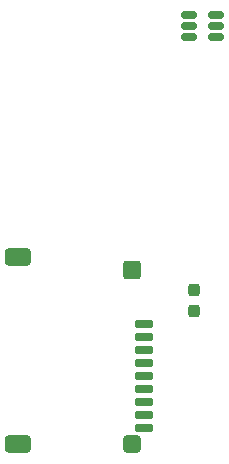
<source format=gbp>
%TF.GenerationSoftware,KiCad,Pcbnew,(6.0.10)*%
%TF.CreationDate,2022-12-31T20:59:50+01:00*%
%TF.ProjectId,ESPreen,45535072-6565-46e2-9e6b-696361645f70,0*%
%TF.SameCoordinates,Original*%
%TF.FileFunction,Paste,Bot*%
%TF.FilePolarity,Positive*%
%FSLAX46Y46*%
G04 Gerber Fmt 4.6, Leading zero omitted, Abs format (unit mm)*
G04 Created by KiCad (PCBNEW (6.0.10)) date 2022-12-31 20:59:50*
%MOMM*%
%LPD*%
G01*
G04 APERTURE LIST*
G04 Aperture macros list*
%AMRoundRect*
0 Rectangle with rounded corners*
0 $1 Rounding radius*
0 $2 $3 $4 $5 $6 $7 $8 $9 X,Y pos of 4 corners*
0 Add a 4 corners polygon primitive as box body*
4,1,4,$2,$3,$4,$5,$6,$7,$8,$9,$2,$3,0*
0 Add four circle primitives for the rounded corners*
1,1,$1+$1,$2,$3*
1,1,$1+$1,$4,$5*
1,1,$1+$1,$6,$7*
1,1,$1+$1,$8,$9*
0 Add four rect primitives between the rounded corners*
20,1,$1+$1,$2,$3,$4,$5,0*
20,1,$1+$1,$4,$5,$6,$7,0*
20,1,$1+$1,$6,$7,$8,$9,0*
20,1,$1+$1,$8,$9,$2,$3,0*%
G04 Aperture macros list end*
%ADD10RoundRect,0.237500X0.237500X-0.300000X0.237500X0.300000X-0.237500X0.300000X-0.237500X-0.300000X0*%
%ADD11RoundRect,0.140000X0.660000X-0.210000X0.660000X0.210000X-0.660000X0.210000X-0.660000X-0.210000X0*%
%ADD12RoundRect,0.300000X0.450000X-0.450000X0.450000X0.450000X-0.450000X0.450000X-0.450000X-0.450000X0*%
%ADD13RoundRect,0.300000X0.800000X-0.450000X0.800000X0.450000X-0.800000X0.450000X-0.800000X-0.450000X0*%
%ADD14RoundRect,0.300000X0.450000X-0.500000X0.450000X0.500000X-0.450000X0.500000X-0.450000X-0.500000X0*%
%ADD15RoundRect,0.150000X-0.512500X-0.150000X0.512500X-0.150000X0.512500X0.150000X-0.512500X0.150000X0*%
G04 APERTURE END LIST*
D10*
%TO.C,C9*%
X127500000Y-102862500D03*
X127500000Y-101137500D03*
%TD*%
D11*
%TO.C,J5*%
X123250000Y-104000000D03*
X123250000Y-105100000D03*
X123250000Y-106200000D03*
X123250000Y-107300000D03*
X123250000Y-108400000D03*
X123250000Y-109500000D03*
X123250000Y-110600000D03*
X123250000Y-111700000D03*
D12*
X122250000Y-114150000D03*
D11*
X123250000Y-112800000D03*
D13*
X112650000Y-98350000D03*
D14*
X122250000Y-99400000D03*
D13*
X112650000Y-114150000D03*
%TD*%
D15*
%TO.C,U3*%
X129387500Y-79700000D03*
X129387500Y-78750000D03*
X129387500Y-77800000D03*
X127112500Y-77800000D03*
X127112500Y-78750000D03*
X127112500Y-79700000D03*
%TD*%
M02*

</source>
